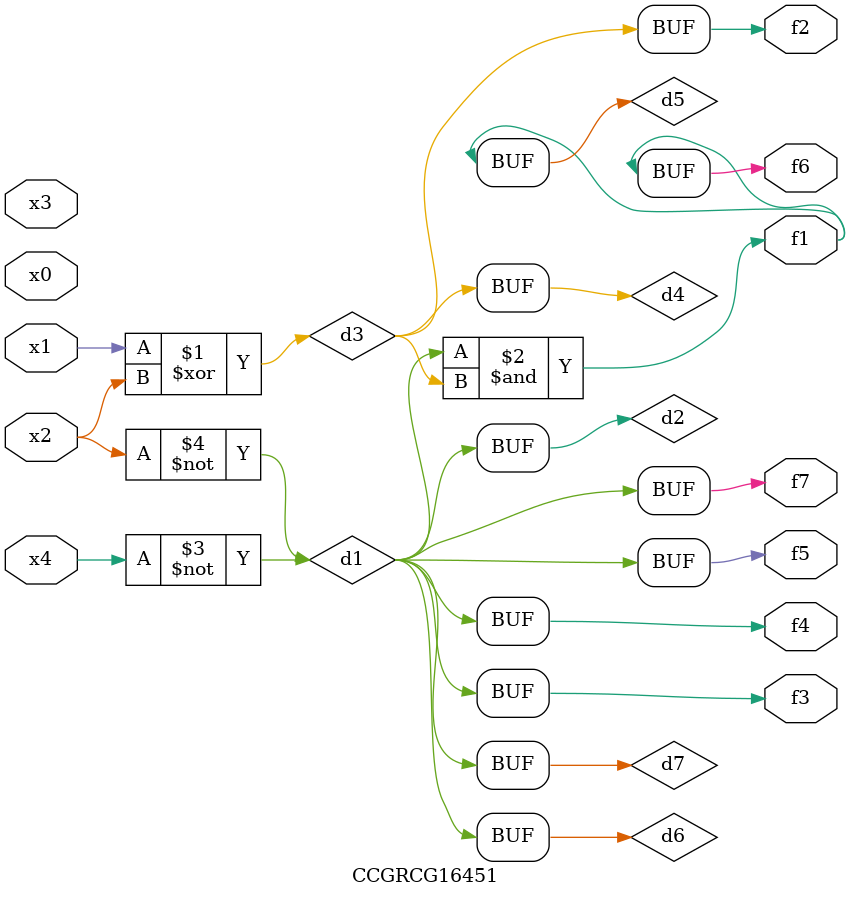
<source format=v>
module CCGRCG16451(
	input x0, x1, x2, x3, x4,
	output f1, f2, f3, f4, f5, f6, f7
);

	wire d1, d2, d3, d4, d5, d6, d7;

	not (d1, x4);
	not (d2, x2);
	xor (d3, x1, x2);
	buf (d4, d3);
	and (d5, d1, d3);
	buf (d6, d1, d2);
	buf (d7, d2);
	assign f1 = d5;
	assign f2 = d4;
	assign f3 = d7;
	assign f4 = d7;
	assign f5 = d7;
	assign f6 = d5;
	assign f7 = d7;
endmodule

</source>
